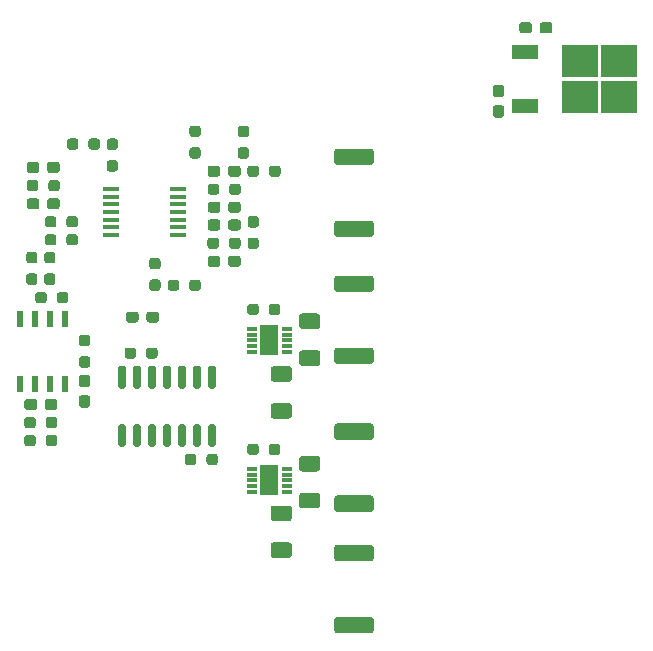
<source format=gtp>
G04 #@! TF.GenerationSoftware,KiCad,Pcbnew,5.1.10*
G04 #@! TF.CreationDate,2021-08-14T15:52:34+12:00*
G04 #@! TF.ProjectId,DClassAmplifier,44436c61-7373-4416-9d70-6c6966696572,rev?*
G04 #@! TF.SameCoordinates,Original*
G04 #@! TF.FileFunction,Paste,Top*
G04 #@! TF.FilePolarity,Positive*
%FSLAX46Y46*%
G04 Gerber Fmt 4.6, Leading zero omitted, Abs format (unit mm)*
G04 Created by KiCad (PCBNEW 5.1.10) date 2021-08-14 15:52:34*
%MOMM*%
%LPD*%
G01*
G04 APERTURE LIST*
%ADD10R,3.050000X2.750000*%
%ADD11R,2.200000X1.200000*%
%ADD12R,0.533400X1.460500*%
%ADD13R,1.473200X0.355600*%
%ADD14R,1.650000X2.600000*%
%ADD15R,0.850000X0.300000*%
G04 APERTURE END LIST*
D10*
X145980000Y-74410000D03*
X149330000Y-71360000D03*
X145980000Y-71360000D03*
X149330000Y-74410000D03*
D11*
X141355000Y-75165000D03*
X141355000Y-70605000D03*
G36*
G01*
X139327500Y-74417500D02*
X138852500Y-74417500D01*
G75*
G02*
X138615000Y-74180000I0J237500D01*
G01*
X138615000Y-73580000D01*
G75*
G02*
X138852500Y-73342500I237500J0D01*
G01*
X139327500Y-73342500D01*
G75*
G02*
X139565000Y-73580000I0J-237500D01*
G01*
X139565000Y-74180000D01*
G75*
G02*
X139327500Y-74417500I-237500J0D01*
G01*
G37*
G36*
G01*
X139327500Y-76142500D02*
X138852500Y-76142500D01*
G75*
G02*
X138615000Y-75905000I0J237500D01*
G01*
X138615000Y-75305000D01*
G75*
G02*
X138852500Y-75067500I237500J0D01*
G01*
X139327500Y-75067500D01*
G75*
G02*
X139565000Y-75305000I0J-237500D01*
G01*
X139565000Y-75905000D01*
G75*
G02*
X139327500Y-76142500I-237500J0D01*
G01*
G37*
G36*
G01*
X142575000Y-68757500D02*
X142575000Y-68282500D01*
G75*
G02*
X142812500Y-68045000I237500J0D01*
G01*
X143412500Y-68045000D01*
G75*
G02*
X143650000Y-68282500I0J-237500D01*
G01*
X143650000Y-68757500D01*
G75*
G02*
X143412500Y-68995000I-237500J0D01*
G01*
X142812500Y-68995000D01*
G75*
G02*
X142575000Y-68757500I0J237500D01*
G01*
G37*
G36*
G01*
X140850000Y-68757500D02*
X140850000Y-68282500D01*
G75*
G02*
X141087500Y-68045000I237500J0D01*
G01*
X141687500Y-68045000D01*
G75*
G02*
X141925000Y-68282500I0J-237500D01*
G01*
X141925000Y-68757500D01*
G75*
G02*
X141687500Y-68995000I-237500J0D01*
G01*
X141087500Y-68995000D01*
G75*
G02*
X140850000Y-68757500I0J237500D01*
G01*
G37*
D12*
X102395000Y-98654150D03*
X101125000Y-98654150D03*
X99855000Y-98654150D03*
X98585000Y-98654150D03*
X98585000Y-93205850D03*
X99855000Y-93205850D03*
X101125000Y-93205850D03*
X102395000Y-93205850D03*
D13*
X111948800Y-82180002D03*
X111948800Y-82830001D03*
X111948800Y-83480002D03*
X111948800Y-84130001D03*
X111948800Y-84780002D03*
X111948800Y-85430001D03*
X111948800Y-86080002D03*
X106310000Y-86080000D03*
X106310000Y-85430001D03*
X106310000Y-84780000D03*
X106310000Y-84130001D03*
X106310000Y-83480002D03*
X106310000Y-82830001D03*
X106310000Y-82180000D03*
G36*
G01*
X118812500Y-80437500D02*
X118812500Y-80912500D01*
G75*
G02*
X118575000Y-81150000I-237500J0D01*
G01*
X118075000Y-81150000D01*
G75*
G02*
X117837500Y-80912500I0J237500D01*
G01*
X117837500Y-80437500D01*
G75*
G02*
X118075000Y-80200000I237500J0D01*
G01*
X118575000Y-80200000D01*
G75*
G02*
X118812500Y-80437500I0J-237500D01*
G01*
G37*
G36*
G01*
X120637500Y-80437500D02*
X120637500Y-80912500D01*
G75*
G02*
X120400000Y-81150000I-237500J0D01*
G01*
X119900000Y-81150000D01*
G75*
G02*
X119662500Y-80912500I0J237500D01*
G01*
X119662500Y-80437500D01*
G75*
G02*
X119900000Y-80200000I237500J0D01*
G01*
X120400000Y-80200000D01*
G75*
G02*
X120637500Y-80437500I0J-237500D01*
G01*
G37*
G36*
G01*
X110237500Y-88975000D02*
X109762500Y-88975000D01*
G75*
G02*
X109525000Y-88737500I0J237500D01*
G01*
X109525000Y-88237500D01*
G75*
G02*
X109762500Y-88000000I237500J0D01*
G01*
X110237500Y-88000000D01*
G75*
G02*
X110475000Y-88237500I0J-237500D01*
G01*
X110475000Y-88737500D01*
G75*
G02*
X110237500Y-88975000I-237500J0D01*
G01*
G37*
G36*
G01*
X110237500Y-90800000D02*
X109762500Y-90800000D01*
G75*
G02*
X109525000Y-90562500I0J237500D01*
G01*
X109525000Y-90062500D01*
G75*
G02*
X109762500Y-89825000I237500J0D01*
G01*
X110237500Y-89825000D01*
G75*
G02*
X110475000Y-90062500I0J-237500D01*
G01*
X110475000Y-90562500D01*
G75*
G02*
X110237500Y-90800000I-237500J0D01*
G01*
G37*
G36*
G01*
X112062500Y-90087500D02*
X112062500Y-90562500D01*
G75*
G02*
X111825000Y-90800000I-237500J0D01*
G01*
X111325000Y-90800000D01*
G75*
G02*
X111087500Y-90562500I0J237500D01*
G01*
X111087500Y-90087500D01*
G75*
G02*
X111325000Y-89850000I237500J0D01*
G01*
X111825000Y-89850000D01*
G75*
G02*
X112062500Y-90087500I0J-237500D01*
G01*
G37*
G36*
G01*
X113887500Y-90087500D02*
X113887500Y-90562500D01*
G75*
G02*
X113650000Y-90800000I-237500J0D01*
G01*
X113150000Y-90800000D01*
G75*
G02*
X112912500Y-90562500I0J237500D01*
G01*
X112912500Y-90087500D01*
G75*
G02*
X113150000Y-89850000I237500J0D01*
G01*
X113650000Y-89850000D01*
G75*
G02*
X113887500Y-90087500I0J-237500D01*
G01*
G37*
G36*
G01*
X104375000Y-78612500D02*
X104375000Y-78137500D01*
G75*
G02*
X104612500Y-77900000I237500J0D01*
G01*
X105112500Y-77900000D01*
G75*
G02*
X105350000Y-78137500I0J-237500D01*
G01*
X105350000Y-78612500D01*
G75*
G02*
X105112500Y-78850000I-237500J0D01*
G01*
X104612500Y-78850000D01*
G75*
G02*
X104375000Y-78612500I0J237500D01*
G01*
G37*
G36*
G01*
X102550000Y-78612500D02*
X102550000Y-78137500D01*
G75*
G02*
X102787500Y-77900000I237500J0D01*
G01*
X103287500Y-77900000D01*
G75*
G02*
X103525000Y-78137500I0J-237500D01*
G01*
X103525000Y-78612500D01*
G75*
G02*
X103287500Y-78850000I-237500J0D01*
G01*
X102787500Y-78850000D01*
G75*
G02*
X102550000Y-78612500I0J237500D01*
G01*
G37*
G36*
G01*
X106162500Y-79725000D02*
X106637500Y-79725000D01*
G75*
G02*
X106875000Y-79962500I0J-237500D01*
G01*
X106875000Y-80462500D01*
G75*
G02*
X106637500Y-80700000I-237500J0D01*
G01*
X106162500Y-80700000D01*
G75*
G02*
X105925000Y-80462500I0J237500D01*
G01*
X105925000Y-79962500D01*
G75*
G02*
X106162500Y-79725000I237500J0D01*
G01*
G37*
G36*
G01*
X106162500Y-77900000D02*
X106637500Y-77900000D01*
G75*
G02*
X106875000Y-78137500I0J-237500D01*
G01*
X106875000Y-78637500D01*
G75*
G02*
X106637500Y-78875000I-237500J0D01*
G01*
X106162500Y-78875000D01*
G75*
G02*
X105925000Y-78637500I0J237500D01*
G01*
X105925000Y-78137500D01*
G75*
G02*
X106162500Y-77900000I237500J0D01*
G01*
G37*
G36*
G01*
X100225000Y-83192500D02*
X100225000Y-83667500D01*
G75*
G02*
X99987500Y-83905000I-237500J0D01*
G01*
X99387500Y-83905000D01*
G75*
G02*
X99150000Y-83667500I0J237500D01*
G01*
X99150000Y-83192500D01*
G75*
G02*
X99387500Y-82955000I237500J0D01*
G01*
X99987500Y-82955000D01*
G75*
G02*
X100225000Y-83192500I0J-237500D01*
G01*
G37*
G36*
G01*
X101950000Y-83192500D02*
X101950000Y-83667500D01*
G75*
G02*
X101712500Y-83905000I-237500J0D01*
G01*
X101112500Y-83905000D01*
G75*
G02*
X100875000Y-83667500I0J237500D01*
G01*
X100875000Y-83192500D01*
G75*
G02*
X101112500Y-82955000I237500J0D01*
G01*
X101712500Y-82955000D01*
G75*
G02*
X101950000Y-83192500I0J-237500D01*
G01*
G37*
G36*
G01*
X103802500Y-99625000D02*
X104277500Y-99625000D01*
G75*
G02*
X104515000Y-99862500I0J-237500D01*
G01*
X104515000Y-100462500D01*
G75*
G02*
X104277500Y-100700000I-237500J0D01*
G01*
X103802500Y-100700000D01*
G75*
G02*
X103565000Y-100462500I0J237500D01*
G01*
X103565000Y-99862500D01*
G75*
G02*
X103802500Y-99625000I237500J0D01*
G01*
G37*
G36*
G01*
X103802500Y-97900000D02*
X104277500Y-97900000D01*
G75*
G02*
X104515000Y-98137500I0J-237500D01*
G01*
X104515000Y-98737500D01*
G75*
G02*
X104277500Y-98975000I-237500J0D01*
G01*
X103802500Y-98975000D01*
G75*
G02*
X103565000Y-98737500I0J237500D01*
G01*
X103565000Y-98137500D01*
G75*
G02*
X103802500Y-97900000I237500J0D01*
G01*
G37*
G36*
G01*
X108625000Y-92787500D02*
X108625000Y-93262500D01*
G75*
G02*
X108387500Y-93500000I-237500J0D01*
G01*
X107787500Y-93500000D01*
G75*
G02*
X107550000Y-93262500I0J237500D01*
G01*
X107550000Y-92787500D01*
G75*
G02*
X107787500Y-92550000I237500J0D01*
G01*
X108387500Y-92550000D01*
G75*
G02*
X108625000Y-92787500I0J-237500D01*
G01*
G37*
G36*
G01*
X110350000Y-92787500D02*
X110350000Y-93262500D01*
G75*
G02*
X110112500Y-93500000I-237500J0D01*
G01*
X109512500Y-93500000D01*
G75*
G02*
X109275000Y-93262500I0J237500D01*
G01*
X109275000Y-92787500D01*
G75*
G02*
X109512500Y-92550000I237500J0D01*
G01*
X110112500Y-92550000D01*
G75*
G02*
X110350000Y-92787500I0J-237500D01*
G01*
G37*
G36*
G01*
X100215000Y-80112500D02*
X100215000Y-80587500D01*
G75*
G02*
X99977500Y-80825000I-237500J0D01*
G01*
X99377500Y-80825000D01*
G75*
G02*
X99140000Y-80587500I0J237500D01*
G01*
X99140000Y-80112500D01*
G75*
G02*
X99377500Y-79875000I237500J0D01*
G01*
X99977500Y-79875000D01*
G75*
G02*
X100215000Y-80112500I0J-237500D01*
G01*
G37*
G36*
G01*
X101940000Y-80112500D02*
X101940000Y-80587500D01*
G75*
G02*
X101702500Y-80825000I-237500J0D01*
G01*
X101102500Y-80825000D01*
G75*
G02*
X100865000Y-80587500I0J237500D01*
G01*
X100865000Y-80112500D01*
G75*
G02*
X101102500Y-79875000I237500J0D01*
G01*
X101702500Y-79875000D01*
G75*
G02*
X101940000Y-80112500I0J-237500D01*
G01*
G37*
G36*
G01*
X100025000Y-100187500D02*
X100025000Y-100662500D01*
G75*
G02*
X99787500Y-100900000I-237500J0D01*
G01*
X99187500Y-100900000D01*
G75*
G02*
X98950000Y-100662500I0J237500D01*
G01*
X98950000Y-100187500D01*
G75*
G02*
X99187500Y-99950000I237500J0D01*
G01*
X99787500Y-99950000D01*
G75*
G02*
X100025000Y-100187500I0J-237500D01*
G01*
G37*
G36*
G01*
X101750000Y-100187500D02*
X101750000Y-100662500D01*
G75*
G02*
X101512500Y-100900000I-237500J0D01*
G01*
X100912500Y-100900000D01*
G75*
G02*
X100675000Y-100662500I0J237500D01*
G01*
X100675000Y-100187500D01*
G75*
G02*
X100912500Y-99950000I237500J0D01*
G01*
X101512500Y-99950000D01*
G75*
G02*
X101750000Y-100187500I0J-237500D01*
G01*
G37*
G36*
G01*
X107365000Y-99075000D02*
X107065000Y-99075000D01*
G75*
G02*
X106915000Y-98925000I0J150000D01*
G01*
X106915000Y-97275000D01*
G75*
G02*
X107065000Y-97125000I150000J0D01*
G01*
X107365000Y-97125000D01*
G75*
G02*
X107515000Y-97275000I0J-150000D01*
G01*
X107515000Y-98925000D01*
G75*
G02*
X107365000Y-99075000I-150000J0D01*
G01*
G37*
G36*
G01*
X108635000Y-99075000D02*
X108335000Y-99075000D01*
G75*
G02*
X108185000Y-98925000I0J150000D01*
G01*
X108185000Y-97275000D01*
G75*
G02*
X108335000Y-97125000I150000J0D01*
G01*
X108635000Y-97125000D01*
G75*
G02*
X108785000Y-97275000I0J-150000D01*
G01*
X108785000Y-98925000D01*
G75*
G02*
X108635000Y-99075000I-150000J0D01*
G01*
G37*
G36*
G01*
X109905000Y-99075000D02*
X109605000Y-99075000D01*
G75*
G02*
X109455000Y-98925000I0J150000D01*
G01*
X109455000Y-97275000D01*
G75*
G02*
X109605000Y-97125000I150000J0D01*
G01*
X109905000Y-97125000D01*
G75*
G02*
X110055000Y-97275000I0J-150000D01*
G01*
X110055000Y-98925000D01*
G75*
G02*
X109905000Y-99075000I-150000J0D01*
G01*
G37*
G36*
G01*
X111175000Y-99075000D02*
X110875000Y-99075000D01*
G75*
G02*
X110725000Y-98925000I0J150000D01*
G01*
X110725000Y-97275000D01*
G75*
G02*
X110875000Y-97125000I150000J0D01*
G01*
X111175000Y-97125000D01*
G75*
G02*
X111325000Y-97275000I0J-150000D01*
G01*
X111325000Y-98925000D01*
G75*
G02*
X111175000Y-99075000I-150000J0D01*
G01*
G37*
G36*
G01*
X112445000Y-99075000D02*
X112145000Y-99075000D01*
G75*
G02*
X111995000Y-98925000I0J150000D01*
G01*
X111995000Y-97275000D01*
G75*
G02*
X112145000Y-97125000I150000J0D01*
G01*
X112445000Y-97125000D01*
G75*
G02*
X112595000Y-97275000I0J-150000D01*
G01*
X112595000Y-98925000D01*
G75*
G02*
X112445000Y-99075000I-150000J0D01*
G01*
G37*
G36*
G01*
X113715000Y-99075000D02*
X113415000Y-99075000D01*
G75*
G02*
X113265000Y-98925000I0J150000D01*
G01*
X113265000Y-97275000D01*
G75*
G02*
X113415000Y-97125000I150000J0D01*
G01*
X113715000Y-97125000D01*
G75*
G02*
X113865000Y-97275000I0J-150000D01*
G01*
X113865000Y-98925000D01*
G75*
G02*
X113715000Y-99075000I-150000J0D01*
G01*
G37*
G36*
G01*
X114985000Y-99075000D02*
X114685000Y-99075000D01*
G75*
G02*
X114535000Y-98925000I0J150000D01*
G01*
X114535000Y-97275000D01*
G75*
G02*
X114685000Y-97125000I150000J0D01*
G01*
X114985000Y-97125000D01*
G75*
G02*
X115135000Y-97275000I0J-150000D01*
G01*
X115135000Y-98925000D01*
G75*
G02*
X114985000Y-99075000I-150000J0D01*
G01*
G37*
G36*
G01*
X114985000Y-104025000D02*
X114685000Y-104025000D01*
G75*
G02*
X114535000Y-103875000I0J150000D01*
G01*
X114535000Y-102225000D01*
G75*
G02*
X114685000Y-102075000I150000J0D01*
G01*
X114985000Y-102075000D01*
G75*
G02*
X115135000Y-102225000I0J-150000D01*
G01*
X115135000Y-103875000D01*
G75*
G02*
X114985000Y-104025000I-150000J0D01*
G01*
G37*
G36*
G01*
X113715000Y-104025000D02*
X113415000Y-104025000D01*
G75*
G02*
X113265000Y-103875000I0J150000D01*
G01*
X113265000Y-102225000D01*
G75*
G02*
X113415000Y-102075000I150000J0D01*
G01*
X113715000Y-102075000D01*
G75*
G02*
X113865000Y-102225000I0J-150000D01*
G01*
X113865000Y-103875000D01*
G75*
G02*
X113715000Y-104025000I-150000J0D01*
G01*
G37*
G36*
G01*
X112445000Y-104025000D02*
X112145000Y-104025000D01*
G75*
G02*
X111995000Y-103875000I0J150000D01*
G01*
X111995000Y-102225000D01*
G75*
G02*
X112145000Y-102075000I150000J0D01*
G01*
X112445000Y-102075000D01*
G75*
G02*
X112595000Y-102225000I0J-150000D01*
G01*
X112595000Y-103875000D01*
G75*
G02*
X112445000Y-104025000I-150000J0D01*
G01*
G37*
G36*
G01*
X111175000Y-104025000D02*
X110875000Y-104025000D01*
G75*
G02*
X110725000Y-103875000I0J150000D01*
G01*
X110725000Y-102225000D01*
G75*
G02*
X110875000Y-102075000I150000J0D01*
G01*
X111175000Y-102075000D01*
G75*
G02*
X111325000Y-102225000I0J-150000D01*
G01*
X111325000Y-103875000D01*
G75*
G02*
X111175000Y-104025000I-150000J0D01*
G01*
G37*
G36*
G01*
X109905000Y-104025000D02*
X109605000Y-104025000D01*
G75*
G02*
X109455000Y-103875000I0J150000D01*
G01*
X109455000Y-102225000D01*
G75*
G02*
X109605000Y-102075000I150000J0D01*
G01*
X109905000Y-102075000D01*
G75*
G02*
X110055000Y-102225000I0J-150000D01*
G01*
X110055000Y-103875000D01*
G75*
G02*
X109905000Y-104025000I-150000J0D01*
G01*
G37*
G36*
G01*
X108635000Y-104025000D02*
X108335000Y-104025000D01*
G75*
G02*
X108185000Y-103875000I0J150000D01*
G01*
X108185000Y-102225000D01*
G75*
G02*
X108335000Y-102075000I150000J0D01*
G01*
X108635000Y-102075000D01*
G75*
G02*
X108785000Y-102225000I0J-150000D01*
G01*
X108785000Y-103875000D01*
G75*
G02*
X108635000Y-104025000I-150000J0D01*
G01*
G37*
G36*
G01*
X107365000Y-104025000D02*
X107065000Y-104025000D01*
G75*
G02*
X106915000Y-103875000I0J150000D01*
G01*
X106915000Y-102225000D01*
G75*
G02*
X107065000Y-102075000I150000J0D01*
G01*
X107365000Y-102075000D01*
G75*
G02*
X107515000Y-102225000I0J-150000D01*
G01*
X107515000Y-103875000D01*
G75*
G02*
X107365000Y-104025000I-150000J0D01*
G01*
G37*
G36*
G01*
X114362500Y-105312500D02*
X114362500Y-104837500D01*
G75*
G02*
X114600000Y-104600000I237500J0D01*
G01*
X115100000Y-104600000D01*
G75*
G02*
X115337500Y-104837500I0J-237500D01*
G01*
X115337500Y-105312500D01*
G75*
G02*
X115100000Y-105550000I-237500J0D01*
G01*
X114600000Y-105550000D01*
G75*
G02*
X114362500Y-105312500I0J237500D01*
G01*
G37*
G36*
G01*
X112537500Y-105312500D02*
X112537500Y-104837500D01*
G75*
G02*
X112775000Y-104600000I237500J0D01*
G01*
X113275000Y-104600000D01*
G75*
G02*
X113512500Y-104837500I0J-237500D01*
G01*
X113512500Y-105312500D01*
G75*
G02*
X113275000Y-105550000I-237500J0D01*
G01*
X112775000Y-105550000D01*
G75*
G02*
X112537500Y-105312500I0J237500D01*
G01*
G37*
G36*
G01*
X109250000Y-96312500D02*
X109250000Y-95837500D01*
G75*
G02*
X109487500Y-95600000I237500J0D01*
G01*
X109987500Y-95600000D01*
G75*
G02*
X110225000Y-95837500I0J-237500D01*
G01*
X110225000Y-96312500D01*
G75*
G02*
X109987500Y-96550000I-237500J0D01*
G01*
X109487500Y-96550000D01*
G75*
G02*
X109250000Y-96312500I0J237500D01*
G01*
G37*
G36*
G01*
X107425000Y-96312500D02*
X107425000Y-95837500D01*
G75*
G02*
X107662500Y-95600000I237500J0D01*
G01*
X108162500Y-95600000D01*
G75*
G02*
X108400000Y-95837500I0J-237500D01*
G01*
X108400000Y-96312500D01*
G75*
G02*
X108162500Y-96550000I-237500J0D01*
G01*
X107662500Y-96550000D01*
G75*
G02*
X107425000Y-96312500I0J237500D01*
G01*
G37*
G36*
G01*
X100762500Y-102187500D02*
X100762500Y-101712500D01*
G75*
G02*
X101000000Y-101475000I237500J0D01*
G01*
X101500000Y-101475000D01*
G75*
G02*
X101737500Y-101712500I0J-237500D01*
G01*
X101737500Y-102187500D01*
G75*
G02*
X101500000Y-102425000I-237500J0D01*
G01*
X101000000Y-102425000D01*
G75*
G02*
X100762500Y-102187500I0J237500D01*
G01*
G37*
G36*
G01*
X98937500Y-102187500D02*
X98937500Y-101712500D01*
G75*
G02*
X99175000Y-101475000I237500J0D01*
G01*
X99675000Y-101475000D01*
G75*
G02*
X99912500Y-101712500I0J-237500D01*
G01*
X99912500Y-102187500D01*
G75*
G02*
X99675000Y-102425000I-237500J0D01*
G01*
X99175000Y-102425000D01*
G75*
G02*
X98937500Y-102187500I0J237500D01*
G01*
G37*
G36*
G01*
X100762500Y-103712500D02*
X100762500Y-103237500D01*
G75*
G02*
X101000000Y-103000000I237500J0D01*
G01*
X101500000Y-103000000D01*
G75*
G02*
X101737500Y-103237500I0J-237500D01*
G01*
X101737500Y-103712500D01*
G75*
G02*
X101500000Y-103950000I-237500J0D01*
G01*
X101000000Y-103950000D01*
G75*
G02*
X100762500Y-103712500I0J237500D01*
G01*
G37*
G36*
G01*
X98937500Y-103712500D02*
X98937500Y-103237500D01*
G75*
G02*
X99175000Y-103000000I237500J0D01*
G01*
X99675000Y-103000000D01*
G75*
G02*
X99912500Y-103237500I0J-237500D01*
G01*
X99912500Y-103712500D01*
G75*
G02*
X99675000Y-103950000I-237500J0D01*
G01*
X99175000Y-103950000D01*
G75*
G02*
X98937500Y-103712500I0J237500D01*
G01*
G37*
G36*
G01*
X100850000Y-91137500D02*
X100850000Y-91612500D01*
G75*
G02*
X100612500Y-91850000I-237500J0D01*
G01*
X100112500Y-91850000D01*
G75*
G02*
X99875000Y-91612500I0J237500D01*
G01*
X99875000Y-91137500D01*
G75*
G02*
X100112500Y-90900000I237500J0D01*
G01*
X100612500Y-90900000D01*
G75*
G02*
X100850000Y-91137500I0J-237500D01*
G01*
G37*
G36*
G01*
X102675000Y-91137500D02*
X102675000Y-91612500D01*
G75*
G02*
X102437500Y-91850000I-237500J0D01*
G01*
X101937500Y-91850000D01*
G75*
G02*
X101700000Y-91612500I0J237500D01*
G01*
X101700000Y-91137500D01*
G75*
G02*
X101937500Y-90900000I237500J0D01*
G01*
X102437500Y-90900000D01*
G75*
G02*
X102675000Y-91137500I0J-237500D01*
G01*
G37*
G36*
G01*
X104287500Y-95487500D02*
X103812500Y-95487500D01*
G75*
G02*
X103575000Y-95250000I0J237500D01*
G01*
X103575000Y-94750000D01*
G75*
G02*
X103812500Y-94512500I237500J0D01*
G01*
X104287500Y-94512500D01*
G75*
G02*
X104525000Y-94750000I0J-237500D01*
G01*
X104525000Y-95250000D01*
G75*
G02*
X104287500Y-95487500I-237500J0D01*
G01*
G37*
G36*
G01*
X104287500Y-97312500D02*
X103812500Y-97312500D01*
G75*
G02*
X103575000Y-97075000I0J237500D01*
G01*
X103575000Y-96575000D01*
G75*
G02*
X103812500Y-96337500I237500J0D01*
G01*
X104287500Y-96337500D01*
G75*
G02*
X104525000Y-96575000I0J-237500D01*
G01*
X104525000Y-97075000D01*
G75*
G02*
X104287500Y-97312500I-237500J0D01*
G01*
G37*
G36*
G01*
X125424999Y-118400000D02*
X128275001Y-118400000D01*
G75*
G02*
X128525000Y-118649999I0J-249999D01*
G01*
X128525000Y-119550001D01*
G75*
G02*
X128275001Y-119800000I-249999J0D01*
G01*
X125424999Y-119800000D01*
G75*
G02*
X125175000Y-119550001I0J249999D01*
G01*
X125175000Y-118649999D01*
G75*
G02*
X125424999Y-118400000I249999J0D01*
G01*
G37*
G36*
G01*
X125424999Y-112300000D02*
X128275001Y-112300000D01*
G75*
G02*
X128525000Y-112549999I0J-249999D01*
G01*
X128525000Y-113450001D01*
G75*
G02*
X128275001Y-113700000I-249999J0D01*
G01*
X125424999Y-113700000D01*
G75*
G02*
X125175000Y-113450001I0J249999D01*
G01*
X125175000Y-112549999D01*
G75*
G02*
X125424999Y-112300000I249999J0D01*
G01*
G37*
G36*
G01*
X119650000Y-104462500D02*
X119650000Y-103987500D01*
G75*
G02*
X119887500Y-103750000I237500J0D01*
G01*
X120387500Y-103750000D01*
G75*
G02*
X120625000Y-103987500I0J-237500D01*
G01*
X120625000Y-104462500D01*
G75*
G02*
X120387500Y-104700000I-237500J0D01*
G01*
X119887500Y-104700000D01*
G75*
G02*
X119650000Y-104462500I0J237500D01*
G01*
G37*
G36*
G01*
X117825000Y-104462500D02*
X117825000Y-103987500D01*
G75*
G02*
X118062500Y-103750000I237500J0D01*
G01*
X118562500Y-103750000D01*
G75*
G02*
X118800000Y-103987500I0J-237500D01*
G01*
X118800000Y-104462500D01*
G75*
G02*
X118562500Y-104700000I-237500J0D01*
G01*
X118062500Y-104700000D01*
G75*
G02*
X117825000Y-104462500I0J237500D01*
G01*
G37*
G36*
G01*
X125424999Y-108125000D02*
X128275001Y-108125000D01*
G75*
G02*
X128525000Y-108374999I0J-249999D01*
G01*
X128525000Y-109275001D01*
G75*
G02*
X128275001Y-109525000I-249999J0D01*
G01*
X125424999Y-109525000D01*
G75*
G02*
X125175000Y-109275001I0J249999D01*
G01*
X125175000Y-108374999D01*
G75*
G02*
X125424999Y-108125000I249999J0D01*
G01*
G37*
G36*
G01*
X125424999Y-102025000D02*
X128275001Y-102025000D01*
G75*
G02*
X128525000Y-102274999I0J-249999D01*
G01*
X128525000Y-103175001D01*
G75*
G02*
X128275001Y-103425000I-249999J0D01*
G01*
X125424999Y-103425000D01*
G75*
G02*
X125175000Y-103175001I0J249999D01*
G01*
X125175000Y-102274999D01*
G75*
G02*
X125424999Y-102025000I249999J0D01*
G01*
G37*
G36*
G01*
X125424999Y-95600000D02*
X128275001Y-95600000D01*
G75*
G02*
X128525000Y-95849999I0J-249999D01*
G01*
X128525000Y-96750001D01*
G75*
G02*
X128275001Y-97000000I-249999J0D01*
G01*
X125424999Y-97000000D01*
G75*
G02*
X125175000Y-96750001I0J249999D01*
G01*
X125175000Y-95849999D01*
G75*
G02*
X125424999Y-95600000I249999J0D01*
G01*
G37*
G36*
G01*
X125424999Y-89500000D02*
X128275001Y-89500000D01*
G75*
G02*
X128525000Y-89749999I0J-249999D01*
G01*
X128525000Y-90650001D01*
G75*
G02*
X128275001Y-90900000I-249999J0D01*
G01*
X125424999Y-90900000D01*
G75*
G02*
X125175000Y-90650001I0J249999D01*
G01*
X125175000Y-89749999D01*
G75*
G02*
X125424999Y-89500000I249999J0D01*
G01*
G37*
G36*
G01*
X119650000Y-92612500D02*
X119650000Y-92137500D01*
G75*
G02*
X119887500Y-91900000I237500J0D01*
G01*
X120387500Y-91900000D01*
G75*
G02*
X120625000Y-92137500I0J-237500D01*
G01*
X120625000Y-92612500D01*
G75*
G02*
X120387500Y-92850000I-237500J0D01*
G01*
X119887500Y-92850000D01*
G75*
G02*
X119650000Y-92612500I0J237500D01*
G01*
G37*
G36*
G01*
X117825000Y-92612500D02*
X117825000Y-92137500D01*
G75*
G02*
X118062500Y-91900000I237500J0D01*
G01*
X118562500Y-91900000D01*
G75*
G02*
X118800000Y-92137500I0J-237500D01*
G01*
X118800000Y-92612500D01*
G75*
G02*
X118562500Y-92850000I-237500J0D01*
G01*
X118062500Y-92850000D01*
G75*
G02*
X117825000Y-92612500I0J237500D01*
G01*
G37*
G36*
G01*
X125424999Y-78750000D02*
X128275001Y-78750000D01*
G75*
G02*
X128525000Y-78999999I0J-249999D01*
G01*
X128525000Y-79900001D01*
G75*
G02*
X128275001Y-80150000I-249999J0D01*
G01*
X125424999Y-80150000D01*
G75*
G02*
X125175000Y-79900001I0J249999D01*
G01*
X125175000Y-78999999D01*
G75*
G02*
X125424999Y-78750000I249999J0D01*
G01*
G37*
G36*
G01*
X125424999Y-84850000D02*
X128275001Y-84850000D01*
G75*
G02*
X128525000Y-85099999I0J-249999D01*
G01*
X128525000Y-86000001D01*
G75*
G02*
X128275001Y-86250000I-249999J0D01*
G01*
X125424999Y-86250000D01*
G75*
G02*
X125175000Y-86000001I0J249999D01*
G01*
X125175000Y-85099999D01*
G75*
G02*
X125424999Y-84850000I249999J0D01*
G01*
G37*
G36*
G01*
X100982500Y-82127500D02*
X100982500Y-81652500D01*
G75*
G02*
X101220000Y-81415000I237500J0D01*
G01*
X101720000Y-81415000D01*
G75*
G02*
X101957500Y-81652500I0J-237500D01*
G01*
X101957500Y-82127500D01*
G75*
G02*
X101720000Y-82365000I-237500J0D01*
G01*
X101220000Y-82365000D01*
G75*
G02*
X100982500Y-82127500I0J237500D01*
G01*
G37*
G36*
G01*
X99157500Y-82127500D02*
X99157500Y-81652500D01*
G75*
G02*
X99395000Y-81415000I237500J0D01*
G01*
X99895000Y-81415000D01*
G75*
G02*
X100132500Y-81652500I0J-237500D01*
G01*
X100132500Y-82127500D01*
G75*
G02*
X99895000Y-82365000I-237500J0D01*
G01*
X99395000Y-82365000D01*
G75*
G02*
X99157500Y-82127500I0J237500D01*
G01*
G37*
G36*
G01*
X118087500Y-86287500D02*
X118562500Y-86287500D01*
G75*
G02*
X118800000Y-86525000I0J-237500D01*
G01*
X118800000Y-87025000D01*
G75*
G02*
X118562500Y-87262500I-237500J0D01*
G01*
X118087500Y-87262500D01*
G75*
G02*
X117850000Y-87025000I0J237500D01*
G01*
X117850000Y-86525000D01*
G75*
G02*
X118087500Y-86287500I237500J0D01*
G01*
G37*
G36*
G01*
X118087500Y-84462500D02*
X118562500Y-84462500D01*
G75*
G02*
X118800000Y-84700000I0J-237500D01*
G01*
X118800000Y-85200000D01*
G75*
G02*
X118562500Y-85437500I-237500J0D01*
G01*
X118087500Y-85437500D01*
G75*
G02*
X117850000Y-85200000I0J237500D01*
G01*
X117850000Y-84700000D01*
G75*
G02*
X118087500Y-84462500I237500J0D01*
G01*
G37*
G36*
G01*
X115425000Y-86537500D02*
X115425000Y-87012500D01*
G75*
G02*
X115187500Y-87250000I-237500J0D01*
G01*
X114687500Y-87250000D01*
G75*
G02*
X114450000Y-87012500I0J237500D01*
G01*
X114450000Y-86537500D01*
G75*
G02*
X114687500Y-86300000I237500J0D01*
G01*
X115187500Y-86300000D01*
G75*
G02*
X115425000Y-86537500I0J-237500D01*
G01*
G37*
G36*
G01*
X117250000Y-86537500D02*
X117250000Y-87012500D01*
G75*
G02*
X117012500Y-87250000I-237500J0D01*
G01*
X116512500Y-87250000D01*
G75*
G02*
X116275000Y-87012500I0J237500D01*
G01*
X116275000Y-86537500D01*
G75*
G02*
X116512500Y-86300000I237500J0D01*
G01*
X117012500Y-86300000D01*
G75*
G02*
X117250000Y-86537500I0J-237500D01*
G01*
G37*
G36*
G01*
X101662500Y-86237500D02*
X101662500Y-86712500D01*
G75*
G02*
X101425000Y-86950000I-237500J0D01*
G01*
X100925000Y-86950000D01*
G75*
G02*
X100687500Y-86712500I0J237500D01*
G01*
X100687500Y-86237500D01*
G75*
G02*
X100925000Y-86000000I237500J0D01*
G01*
X101425000Y-86000000D01*
G75*
G02*
X101662500Y-86237500I0J-237500D01*
G01*
G37*
G36*
G01*
X103487500Y-86237500D02*
X103487500Y-86712500D01*
G75*
G02*
X103250000Y-86950000I-237500J0D01*
G01*
X102750000Y-86950000D01*
G75*
G02*
X102512500Y-86712500I0J237500D01*
G01*
X102512500Y-86237500D01*
G75*
G02*
X102750000Y-86000000I237500J0D01*
G01*
X103250000Y-86000000D01*
G75*
G02*
X103487500Y-86237500I0J-237500D01*
G01*
G37*
G36*
G01*
X115450000Y-81962500D02*
X115450000Y-82437500D01*
G75*
G02*
X115212500Y-82675000I-237500J0D01*
G01*
X114712500Y-82675000D01*
G75*
G02*
X114475000Y-82437500I0J237500D01*
G01*
X114475000Y-81962500D01*
G75*
G02*
X114712500Y-81725000I237500J0D01*
G01*
X115212500Y-81725000D01*
G75*
G02*
X115450000Y-81962500I0J-237500D01*
G01*
G37*
G36*
G01*
X117275000Y-81962500D02*
X117275000Y-82437500D01*
G75*
G02*
X117037500Y-82675000I-237500J0D01*
G01*
X116537500Y-82675000D01*
G75*
G02*
X116300000Y-82437500I0J237500D01*
G01*
X116300000Y-81962500D01*
G75*
G02*
X116537500Y-81725000I237500J0D01*
G01*
X117037500Y-81725000D01*
G75*
G02*
X117275000Y-81962500I0J-237500D01*
G01*
G37*
G36*
G01*
X100862500Y-89325000D02*
X101337500Y-89325000D01*
G75*
G02*
X101575000Y-89562500I0J-237500D01*
G01*
X101575000Y-90062500D01*
G75*
G02*
X101337500Y-90300000I-237500J0D01*
G01*
X100862500Y-90300000D01*
G75*
G02*
X100625000Y-90062500I0J237500D01*
G01*
X100625000Y-89562500D01*
G75*
G02*
X100862500Y-89325000I237500J0D01*
G01*
G37*
G36*
G01*
X100862500Y-87500000D02*
X101337500Y-87500000D01*
G75*
G02*
X101575000Y-87737500I0J-237500D01*
G01*
X101575000Y-88237500D01*
G75*
G02*
X101337500Y-88475000I-237500J0D01*
G01*
X100862500Y-88475000D01*
G75*
G02*
X100625000Y-88237500I0J237500D01*
G01*
X100625000Y-87737500D01*
G75*
G02*
X100862500Y-87500000I237500J0D01*
G01*
G37*
G36*
G01*
X99812500Y-88475000D02*
X99337500Y-88475000D01*
G75*
G02*
X99100000Y-88237500I0J237500D01*
G01*
X99100000Y-87737500D01*
G75*
G02*
X99337500Y-87500000I237500J0D01*
G01*
X99812500Y-87500000D01*
G75*
G02*
X100050000Y-87737500I0J-237500D01*
G01*
X100050000Y-88237500D01*
G75*
G02*
X99812500Y-88475000I-237500J0D01*
G01*
G37*
G36*
G01*
X99812500Y-90300000D02*
X99337500Y-90300000D01*
G75*
G02*
X99100000Y-90062500I0J237500D01*
G01*
X99100000Y-89562500D01*
G75*
G02*
X99337500Y-89325000I237500J0D01*
G01*
X99812500Y-89325000D01*
G75*
G02*
X100050000Y-89562500I0J-237500D01*
G01*
X100050000Y-90062500D01*
G75*
G02*
X99812500Y-90300000I-237500J0D01*
G01*
G37*
G36*
G01*
X117252500Y-78645000D02*
X117727500Y-78645000D01*
G75*
G02*
X117965000Y-78882500I0J-237500D01*
G01*
X117965000Y-79382500D01*
G75*
G02*
X117727500Y-79620000I-237500J0D01*
G01*
X117252500Y-79620000D01*
G75*
G02*
X117015000Y-79382500I0J237500D01*
G01*
X117015000Y-78882500D01*
G75*
G02*
X117252500Y-78645000I237500J0D01*
G01*
G37*
G36*
G01*
X117252500Y-76820000D02*
X117727500Y-76820000D01*
G75*
G02*
X117965000Y-77057500I0J-237500D01*
G01*
X117965000Y-77557500D01*
G75*
G02*
X117727500Y-77795000I-237500J0D01*
G01*
X117252500Y-77795000D01*
G75*
G02*
X117015000Y-77557500I0J237500D01*
G01*
X117015000Y-77057500D01*
G75*
G02*
X117252500Y-76820000I237500J0D01*
G01*
G37*
G36*
G01*
X113637500Y-77787500D02*
X113162500Y-77787500D01*
G75*
G02*
X112925000Y-77550000I0J237500D01*
G01*
X112925000Y-77050000D01*
G75*
G02*
X113162500Y-76812500I237500J0D01*
G01*
X113637500Y-76812500D01*
G75*
G02*
X113875000Y-77050000I0J-237500D01*
G01*
X113875000Y-77550000D01*
G75*
G02*
X113637500Y-77787500I-237500J0D01*
G01*
G37*
G36*
G01*
X113637500Y-79612500D02*
X113162500Y-79612500D01*
G75*
G02*
X112925000Y-79375000I0J237500D01*
G01*
X112925000Y-78875000D01*
G75*
G02*
X113162500Y-78637500I237500J0D01*
G01*
X113637500Y-78637500D01*
G75*
G02*
X113875000Y-78875000I0J-237500D01*
G01*
X113875000Y-79375000D01*
G75*
G02*
X113637500Y-79612500I-237500J0D01*
G01*
G37*
G36*
G01*
X102512500Y-85187500D02*
X102512500Y-84712500D01*
G75*
G02*
X102750000Y-84475000I237500J0D01*
G01*
X103250000Y-84475000D01*
G75*
G02*
X103487500Y-84712500I0J-237500D01*
G01*
X103487500Y-85187500D01*
G75*
G02*
X103250000Y-85425000I-237500J0D01*
G01*
X102750000Y-85425000D01*
G75*
G02*
X102512500Y-85187500I0J237500D01*
G01*
G37*
G36*
G01*
X100687500Y-85187500D02*
X100687500Y-84712500D01*
G75*
G02*
X100925000Y-84475000I237500J0D01*
G01*
X101425000Y-84475000D01*
G75*
G02*
X101662500Y-84712500I0J-237500D01*
G01*
X101662500Y-85187500D01*
G75*
G02*
X101425000Y-85425000I-237500J0D01*
G01*
X100925000Y-85425000D01*
G75*
G02*
X100687500Y-85187500I0J237500D01*
G01*
G37*
D14*
X119700000Y-106850000D03*
D15*
X118250000Y-107850000D03*
X118250000Y-107350000D03*
X118250000Y-106850000D03*
X118250000Y-106350000D03*
X118250000Y-105850000D03*
X121150000Y-105850000D03*
X121150000Y-106350000D03*
X121150000Y-106850000D03*
X121150000Y-107350000D03*
X121150000Y-107850000D03*
D14*
X119700000Y-95000000D03*
D15*
X118250000Y-96000000D03*
X118250000Y-95500000D03*
X118250000Y-95000000D03*
X118250000Y-94500000D03*
X118250000Y-94000000D03*
X121150000Y-94000000D03*
X121150000Y-94500000D03*
X121150000Y-95000000D03*
X121150000Y-95500000D03*
X121150000Y-96000000D03*
G36*
G01*
X122449998Y-107900000D02*
X123750002Y-107900000D01*
G75*
G02*
X124000000Y-108149998I0J-249998D01*
G01*
X124000000Y-108975002D01*
G75*
G02*
X123750002Y-109225000I-249998J0D01*
G01*
X122449998Y-109225000D01*
G75*
G02*
X122200000Y-108975002I0J249998D01*
G01*
X122200000Y-108149998D01*
G75*
G02*
X122449998Y-107900000I249998J0D01*
G01*
G37*
G36*
G01*
X122449998Y-104775000D02*
X123750002Y-104775000D01*
G75*
G02*
X124000000Y-105024998I0J-249998D01*
G01*
X124000000Y-105850002D01*
G75*
G02*
X123750002Y-106100000I-249998J0D01*
G01*
X122449998Y-106100000D01*
G75*
G02*
X122200000Y-105850002I0J249998D01*
G01*
X122200000Y-105024998D01*
G75*
G02*
X122449998Y-104775000I249998J0D01*
G01*
G37*
G36*
G01*
X121350002Y-110300000D02*
X120049998Y-110300000D01*
G75*
G02*
X119800000Y-110050002I0J249998D01*
G01*
X119800000Y-109224998D01*
G75*
G02*
X120049998Y-108975000I249998J0D01*
G01*
X121350002Y-108975000D01*
G75*
G02*
X121600000Y-109224998I0J-249998D01*
G01*
X121600000Y-110050002D01*
G75*
G02*
X121350002Y-110300000I-249998J0D01*
G01*
G37*
G36*
G01*
X121350002Y-113425000D02*
X120049998Y-113425000D01*
G75*
G02*
X119800000Y-113175002I0J249998D01*
G01*
X119800000Y-112349998D01*
G75*
G02*
X120049998Y-112100000I249998J0D01*
G01*
X121350002Y-112100000D01*
G75*
G02*
X121600000Y-112349998I0J-249998D01*
G01*
X121600000Y-113175002D01*
G75*
G02*
X121350002Y-113425000I-249998J0D01*
G01*
G37*
G36*
G01*
X122449998Y-95837500D02*
X123750002Y-95837500D01*
G75*
G02*
X124000000Y-96087498I0J-249998D01*
G01*
X124000000Y-96912502D01*
G75*
G02*
X123750002Y-97162500I-249998J0D01*
G01*
X122449998Y-97162500D01*
G75*
G02*
X122200000Y-96912502I0J249998D01*
G01*
X122200000Y-96087498D01*
G75*
G02*
X122449998Y-95837500I249998J0D01*
G01*
G37*
G36*
G01*
X122449998Y-92712500D02*
X123750002Y-92712500D01*
G75*
G02*
X124000000Y-92962498I0J-249998D01*
G01*
X124000000Y-93787502D01*
G75*
G02*
X123750002Y-94037500I-249998J0D01*
G01*
X122449998Y-94037500D01*
G75*
G02*
X122200000Y-93787502I0J249998D01*
G01*
X122200000Y-92962498D01*
G75*
G02*
X122449998Y-92712500I249998J0D01*
G01*
G37*
G36*
G01*
X121350002Y-98500000D02*
X120049998Y-98500000D01*
G75*
G02*
X119800000Y-98250002I0J249998D01*
G01*
X119800000Y-97424998D01*
G75*
G02*
X120049998Y-97175000I249998J0D01*
G01*
X121350002Y-97175000D01*
G75*
G02*
X121600000Y-97424998I0J-249998D01*
G01*
X121600000Y-98250002D01*
G75*
G02*
X121350002Y-98500000I-249998J0D01*
G01*
G37*
G36*
G01*
X121350002Y-101625000D02*
X120049998Y-101625000D01*
G75*
G02*
X119800000Y-101375002I0J249998D01*
G01*
X119800000Y-100549998D01*
G75*
G02*
X120049998Y-100300000I249998J0D01*
G01*
X121350002Y-100300000D01*
G75*
G02*
X121600000Y-100549998I0J-249998D01*
G01*
X121600000Y-101375002D01*
G75*
G02*
X121350002Y-101625000I-249998J0D01*
G01*
G37*
G36*
G01*
X116200000Y-85462500D02*
X116200000Y-84987500D01*
G75*
G02*
X116437500Y-84750000I237500J0D01*
G01*
X117037500Y-84750000D01*
G75*
G02*
X117275000Y-84987500I0J-237500D01*
G01*
X117275000Y-85462500D01*
G75*
G02*
X117037500Y-85700000I-237500J0D01*
G01*
X116437500Y-85700000D01*
G75*
G02*
X116200000Y-85462500I0J237500D01*
G01*
G37*
G36*
G01*
X114475000Y-85462500D02*
X114475000Y-84987500D01*
G75*
G02*
X114712500Y-84750000I237500J0D01*
G01*
X115312500Y-84750000D01*
G75*
G02*
X115550000Y-84987500I0J-237500D01*
G01*
X115550000Y-85462500D01*
G75*
G02*
X115312500Y-85700000I-237500J0D01*
G01*
X114712500Y-85700000D01*
G75*
G02*
X114475000Y-85462500I0J237500D01*
G01*
G37*
G36*
G01*
X115537500Y-88062500D02*
X115537500Y-88537500D01*
G75*
G02*
X115300000Y-88775000I-237500J0D01*
G01*
X114700000Y-88775000D01*
G75*
G02*
X114462500Y-88537500I0J237500D01*
G01*
X114462500Y-88062500D01*
G75*
G02*
X114700000Y-87825000I237500J0D01*
G01*
X115300000Y-87825000D01*
G75*
G02*
X115537500Y-88062500I0J-237500D01*
G01*
G37*
G36*
G01*
X117262500Y-88062500D02*
X117262500Y-88537500D01*
G75*
G02*
X117025000Y-88775000I-237500J0D01*
G01*
X116425000Y-88775000D01*
G75*
G02*
X116187500Y-88537500I0J237500D01*
G01*
X116187500Y-88062500D01*
G75*
G02*
X116425000Y-87825000I237500J0D01*
G01*
X117025000Y-87825000D01*
G75*
G02*
X117262500Y-88062500I0J-237500D01*
G01*
G37*
G36*
G01*
X116200000Y-83962500D02*
X116200000Y-83487500D01*
G75*
G02*
X116437500Y-83250000I237500J0D01*
G01*
X117037500Y-83250000D01*
G75*
G02*
X117275000Y-83487500I0J-237500D01*
G01*
X117275000Y-83962500D01*
G75*
G02*
X117037500Y-84200000I-237500J0D01*
G01*
X116437500Y-84200000D01*
G75*
G02*
X116200000Y-83962500I0J237500D01*
G01*
G37*
G36*
G01*
X114475000Y-83962500D02*
X114475000Y-83487500D01*
G75*
G02*
X114712500Y-83250000I237500J0D01*
G01*
X115312500Y-83250000D01*
G75*
G02*
X115550000Y-83487500I0J-237500D01*
G01*
X115550000Y-83962500D01*
G75*
G02*
X115312500Y-84200000I-237500J0D01*
G01*
X114712500Y-84200000D01*
G75*
G02*
X114475000Y-83962500I0J237500D01*
G01*
G37*
G36*
G01*
X116187500Y-80912500D02*
X116187500Y-80437500D01*
G75*
G02*
X116425000Y-80200000I237500J0D01*
G01*
X117025000Y-80200000D01*
G75*
G02*
X117262500Y-80437500I0J-237500D01*
G01*
X117262500Y-80912500D01*
G75*
G02*
X117025000Y-81150000I-237500J0D01*
G01*
X116425000Y-81150000D01*
G75*
G02*
X116187500Y-80912500I0J237500D01*
G01*
G37*
G36*
G01*
X114462500Y-80912500D02*
X114462500Y-80437500D01*
G75*
G02*
X114700000Y-80200000I237500J0D01*
G01*
X115300000Y-80200000D01*
G75*
G02*
X115537500Y-80437500I0J-237500D01*
G01*
X115537500Y-80912500D01*
G75*
G02*
X115300000Y-81150000I-237500J0D01*
G01*
X114700000Y-81150000D01*
G75*
G02*
X114462500Y-80912500I0J237500D01*
G01*
G37*
M02*

</source>
